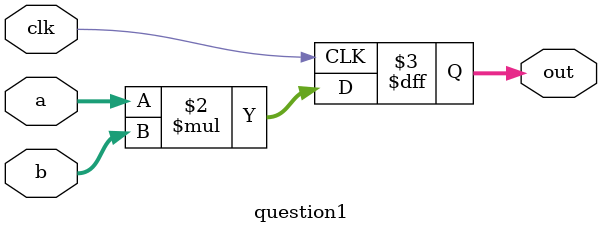
<source format=v>
module question1(
input clk,
input [63:0] a,
input [63:0] b,
output reg[127:0] out

    );
    
always @(posedge clk) begin
out <= a*b;
end
endmodule

</source>
